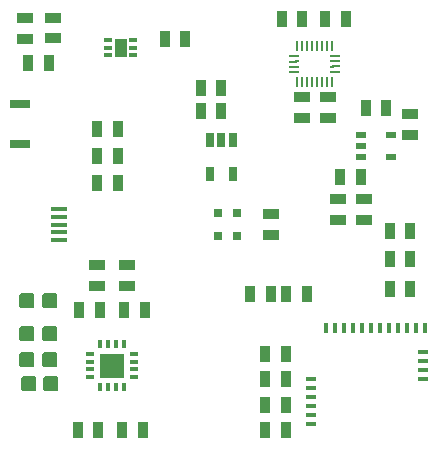
<source format=gtp>
G04 Layer_Color=8421504*
%FSLAX25Y25*%
%MOIN*%
G70*
G01*
G75*
%ADD10R,0.00906X0.01378*%
%ADD11R,0.01378X0.00906*%
%ADD12R,0.03150X0.03150*%
%ADD13R,0.03347X0.05512*%
G04:AMPARAMS|DCode=14|XSize=25.59mil|YSize=47.24mil|CornerRadius=1.92mil|HoleSize=0mil|Usage=FLASHONLY|Rotation=0.000|XOffset=0mil|YOffset=0mil|HoleType=Round|Shape=RoundedRectangle|*
%AMROUNDEDRECTD14*
21,1,0.02559,0.04341,0,0,0.0*
21,1,0.02175,0.04724,0,0,0.0*
1,1,0.00384,0.01088,-0.02170*
1,1,0.00384,-0.01088,-0.02170*
1,1,0.00384,-0.01088,0.02170*
1,1,0.00384,0.01088,0.02170*
%
%ADD14ROUNDEDRECTD14*%
%ADD15R,0.05512X0.03347*%
G04:AMPARAMS|DCode=16|XSize=21.65mil|YSize=31.5mil|CornerRadius=1.95mil|HoleSize=0mil|Usage=FLASHONLY|Rotation=90.000|XOffset=0mil|YOffset=0mil|HoleType=Round|Shape=RoundedRectangle|*
%AMROUNDEDRECTD16*
21,1,0.02165,0.02760,0,0,90.0*
21,1,0.01776,0.03150,0,0,90.0*
1,1,0.00390,0.01380,0.00888*
1,1,0.00390,0.01380,-0.00888*
1,1,0.00390,-0.01380,-0.00888*
1,1,0.00390,-0.01380,0.00888*
%
%ADD16ROUNDEDRECTD16*%
%ADD17R,0.06693X0.03150*%
%ADD18R,0.03583X0.01614*%
%ADD19R,0.01614X0.03583*%
%ADD20R,0.08465X0.08465*%
%ADD21R,0.01181X0.02953*%
%ADD22R,0.02953X0.01181*%
G04:AMPARAMS|DCode=23|XSize=11.81mil|YSize=29.53mil|CornerRadius=2.95mil|HoleSize=0mil|Usage=FLASHONLY|Rotation=270.000|XOffset=0mil|YOffset=0mil|HoleType=Round|Shape=RoundedRectangle|*
%AMROUNDEDRECTD23*
21,1,0.01181,0.02362,0,0,270.0*
21,1,0.00591,0.02953,0,0,270.0*
1,1,0.00591,-0.01181,-0.00295*
1,1,0.00591,-0.01181,0.00295*
1,1,0.00591,0.01181,0.00295*
1,1,0.00591,0.01181,-0.00295*
%
%ADD23ROUNDEDRECTD23*%
%ADD24R,0.05315X0.01772*%
G04:AMPARAMS|DCode=25|XSize=50mil|YSize=50mil|CornerRadius=6.25mil|HoleSize=0mil|Usage=FLASHONLY|Rotation=180.000|XOffset=0mil|YOffset=0mil|HoleType=Round|Shape=RoundedRectangle|*
%AMROUNDEDRECTD25*
21,1,0.05000,0.03750,0,0,180.0*
21,1,0.03750,0.05000,0,0,180.0*
1,1,0.01250,-0.01875,0.01875*
1,1,0.01250,0.01875,0.01875*
1,1,0.01250,0.01875,-0.01875*
1,1,0.01250,-0.01875,-0.01875*
%
%ADD25ROUNDEDRECTD25*%
%ADD26R,0.02756X0.01181*%
%ADD27R,0.03937X0.06299*%
%ADD31R,0.00800X0.02679*%
%ADD32R,0.02679X0.00800*%
D10*
X98075Y133421D02*
D03*
X99768D02*
D03*
X101461D02*
D03*
X103154D02*
D03*
X104847D02*
D03*
X106539D02*
D03*
X108232D02*
D03*
X109925D02*
D03*
Y123579D02*
D03*
X108232D02*
D03*
X106539D02*
D03*
X104847D02*
D03*
X103154D02*
D03*
X101461D02*
D03*
X99768D02*
D03*
X98075D02*
D03*
D11*
Y131039D02*
D03*
X109925D02*
D03*
Y129347D02*
D03*
Y127654D02*
D03*
Y125961D02*
D03*
X98075Y129347D02*
D03*
Y127654D02*
D03*
Y125961D02*
D03*
D12*
X71850Y78740D02*
D03*
Y71260D02*
D03*
X78150D02*
D03*
Y78740D02*
D03*
D13*
X66055Y120500D02*
D03*
X72945D02*
D03*
X127945Y114000D02*
D03*
X121055D02*
D03*
X66055Y113000D02*
D03*
X72945D02*
D03*
X119390Y91000D02*
D03*
X112500D02*
D03*
X101445Y52000D02*
D03*
X94555D02*
D03*
X87555Y32000D02*
D03*
X94445D02*
D03*
X135945Y53500D02*
D03*
X129055D02*
D03*
Y63500D02*
D03*
X135945D02*
D03*
X82555Y52000D02*
D03*
X89445D02*
D03*
X135945Y73000D02*
D03*
X129055D02*
D03*
X87555Y6500D02*
D03*
X94445D02*
D03*
X46890D02*
D03*
X40000D02*
D03*
X32000D02*
D03*
X25110D02*
D03*
X38445Y89000D02*
D03*
X31555D02*
D03*
X38445Y107000D02*
D03*
X31555D02*
D03*
Y98000D02*
D03*
X38445D02*
D03*
X94445Y23500D02*
D03*
X87555D02*
D03*
X94390Y15000D02*
D03*
X87500D02*
D03*
X8555Y129000D02*
D03*
X15445D02*
D03*
X107555Y143500D02*
D03*
X114445D02*
D03*
X99945D02*
D03*
X93055D02*
D03*
X47390Y46500D02*
D03*
X40500D02*
D03*
X25445D02*
D03*
X32335D02*
D03*
X54055Y137000D02*
D03*
X60945D02*
D03*
D14*
X76740Y91693D02*
D03*
X69260D02*
D03*
Y103307D02*
D03*
X73000D02*
D03*
X76740D02*
D03*
D15*
X111945Y83445D02*
D03*
Y76555D02*
D03*
X120445Y83445D02*
D03*
Y76555D02*
D03*
X136000Y105000D02*
D03*
Y111890D02*
D03*
X41445Y54555D02*
D03*
Y61445D02*
D03*
X31445Y54555D02*
D03*
Y61445D02*
D03*
X7500Y137000D02*
D03*
Y143890D02*
D03*
X17000Y144000D02*
D03*
Y137110D02*
D03*
X108500Y117445D02*
D03*
Y110555D02*
D03*
X89500Y78445D02*
D03*
Y71555D02*
D03*
X100000Y117445D02*
D03*
Y110555D02*
D03*
D16*
X129500Y105000D02*
D03*
Y97520D02*
D03*
X119461D02*
D03*
Y101260D02*
D03*
Y105000D02*
D03*
D17*
X6000Y115193D02*
D03*
Y101807D02*
D03*
D18*
X102819Y8545D02*
D03*
Y11537D02*
D03*
Y14529D02*
D03*
Y17522D02*
D03*
Y20514D02*
D03*
X140181Y26577D02*
D03*
Y29569D02*
D03*
Y32561D02*
D03*
X103000Y23500D02*
D03*
X140181Y23577D02*
D03*
D19*
X107996Y40455D02*
D03*
X110988D02*
D03*
X113980D02*
D03*
X116972D02*
D03*
X119965D02*
D03*
X122957D02*
D03*
X125949D02*
D03*
X128941D02*
D03*
X131933D02*
D03*
X134925D02*
D03*
X137917D02*
D03*
X141000Y40500D02*
D03*
D20*
X36500Y28000D02*
D03*
D21*
X40339Y20815D02*
D03*
X37780D02*
D03*
X35221D02*
D03*
X32661D02*
D03*
Y35185D02*
D03*
X35221D02*
D03*
X37780D02*
D03*
X40339D02*
D03*
D22*
X29315Y24161D02*
D03*
Y26720D02*
D03*
Y29280D02*
D03*
Y31839D02*
D03*
X43685D02*
D03*
Y29280D02*
D03*
Y26720D02*
D03*
D23*
Y24161D02*
D03*
D24*
X19000Y75000D02*
D03*
Y77559D02*
D03*
Y80118D02*
D03*
Y72441D02*
D03*
Y69882D02*
D03*
D25*
X16250Y22000D02*
D03*
X8750D02*
D03*
X15750Y30000D02*
D03*
X8250D02*
D03*
X15750Y38500D02*
D03*
X8250D02*
D03*
Y49500D02*
D03*
X15750D02*
D03*
D26*
X35232Y136500D02*
D03*
Y133941D02*
D03*
Y131382D02*
D03*
X43500Y136500D02*
D03*
Y133941D02*
D03*
Y131382D02*
D03*
D27*
X39366Y133941D02*
D03*
D31*
X99793Y122239D02*
D03*
X98100D02*
D03*
X101486D02*
D03*
X103179D02*
D03*
X104872D02*
D03*
X106565D02*
D03*
X108257D02*
D03*
X109950D02*
D03*
X109900Y134761D02*
D03*
X108207D02*
D03*
X106514D02*
D03*
X104821D02*
D03*
X103128D02*
D03*
X101435D02*
D03*
X99743D02*
D03*
X98050D02*
D03*
D32*
X111265Y125986D02*
D03*
Y127679D02*
D03*
Y129372D02*
D03*
Y131064D02*
D03*
X96735Y131014D02*
D03*
Y129321D02*
D03*
Y127628D02*
D03*
Y125935D02*
D03*
M02*

</source>
